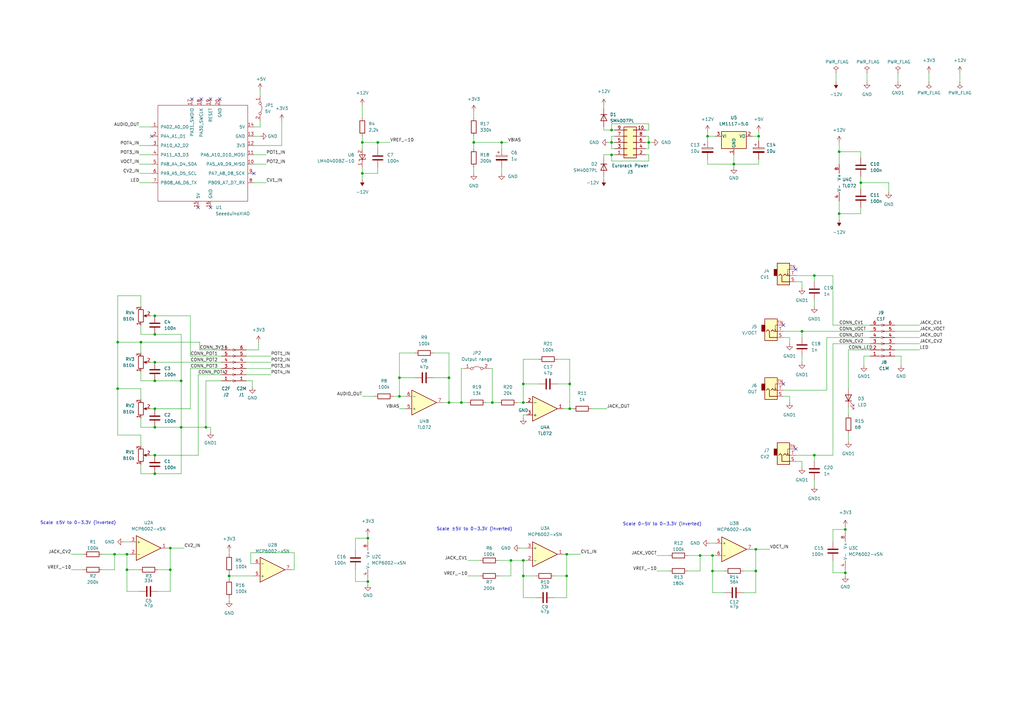
<source format=kicad_sch>
(kicad_sch (version 20211123) (generator eeschema)
  (paper "A3")
  (junction (at 232.41 227.33))
  (junction (at 63.5 156.21))
  (junction (at 214.63 229.87))
  (junction (at 201.93 165.1))
  (junction (at 290.195 55.88))
  (junction (at 250.825 53.34))
  (junction (at 353.06 74.93))
  (junction (at 334.01 113.03))
  (junction (at 250.825 58.42))
  (junction (at 52.07 227.33))
  (junction (at 57.785 140.335))
  (junction (at 84.455 175.26))
  (junction (at 63.5 167.64))
  (junction (at 63.5 186.69))
  (junction (at 63.5 148.59))
  (junction (at 74.295 175.26))
  (junction (at 334.01 186.69))
  (junction (at 346.71 217.17))
  (junction (at 194.31 58.42))
  (junction (at 74.295 156.21))
  (junction (at 163.83 154.94))
  (junction (at 232.41 236.22))
  (junction (at 311.15 55.88))
  (junction (at 209.55 229.87))
  (junction (at 154.94 58.42))
  (junction (at 69.85 233.68))
  (junction (at 233.68 167.64))
  (junction (at 150.876 220.726))
  (junction (at 287.147 227.838))
  (junction (at 148.59 71.12))
  (junction (at 344.17 62.23))
  (junction (at 63.5 137.16))
  (junction (at 184.15 154.94))
  (junction (at 163.83 162.56))
  (junction (at 52.07 233.68))
  (junction (at 300.99 67.31))
  (junction (at 63.5 194.31))
  (junction (at 214.63 165.1))
  (junction (at 150.876 238.506))
  (junction (at 148.59 58.42))
  (junction (at 233.68 157.48))
  (junction (at 69.85 224.79))
  (junction (at 292.227 234.188))
  (junction (at 46.99 227.33))
  (junction (at 63.5 129.54))
  (junction (at 310.007 234.188))
  (junction (at 205.74 58.42))
  (junction (at 93.98 236.22))
  (junction (at 63.5 175.26))
  (junction (at 344.17 87.63))
  (junction (at 266.065 58.42))
  (junction (at 214.63 157.48))
  (junction (at 184.15 165.1))
  (junction (at 310.007 225.298))
  (junction (at 48.26 140.335))
  (junction (at 328.93 135.89))
  (junction (at 292.227 227.838))
  (junction (at 250.825 63.5))
  (junction (at 346.71 234.95))
  (junction (at 48.26 159.385))
  (junction (at 214.63 236.22))
  (junction (at 189.23 165.1))
  (no_connect (at 82.55 40.64))
  (no_connect (at 326.39 184.15))
  (no_connect (at 326.39 110.49))
  (no_connect (at 90.17 40.64))
  (no_connect (at 104.14 71.12))
  (no_connect (at 321.31 133.35))
  (no_connect (at 86.36 40.64))
  (no_connect (at 86.36 85.09))
  (no_connect (at 78.74 40.64))
  (no_connect (at 81.28 85.09))
  (no_connect (at 321.31 157.48))
  (no_connect (at 62.23 55.88))
  (wire (pts (xy 344.17 87.63) (xy 344.17 90.17)))
  (wire (pts (xy 189.23 165.1) (xy 189.23 151.13)))
  (wire (pts (xy 346.71 217.17) (xy 346.71 218.44)))
  (wire (pts (xy 63.5 175.26) (xy 74.295 175.26)))
  (wire (pts (xy 62.23 71.12) (xy 57.15 71.12)))
  (wire (pts (xy 57.15 52.07) (xy 62.23 52.07)))
  (wire (pts (xy 393.7 29.845) (xy 393.7 33.655)))
  (wire (pts (xy 334.01 123.19) (xy 334.01 125.73)))
  (wire (pts (xy 304.927 243.078) (xy 310.007 243.078)))
  (wire (pts (xy 194.31 68.58) (xy 194.31 71.12)))
  (wire (pts (xy 250.825 63.5) (xy 250.825 66.04)))
  (wire (pts (xy 57.785 121.285) (xy 48.26 121.285)))
  (wire (pts (xy 292.227 243.078) (xy 292.227 234.188)))
  (wire (pts (xy 300.99 67.31) (xy 300.99 68.58)))
  (wire (pts (xy 300.99 63.5) (xy 300.99 67.31)))
  (wire (pts (xy 184.15 144.78) (xy 184.15 154.94)))
  (wire (pts (xy 228.6 157.48) (xy 233.68 157.48)))
  (wire (pts (xy 41.91 227.33) (xy 46.99 227.33)))
  (wire (pts (xy 209.55 236.22) (xy 209.55 229.87)))
  (wire (pts (xy 52.07 227.33) (xy 53.34 227.33)))
  (wire (pts (xy 310.007 225.298) (xy 310.007 234.188)))
  (wire (pts (xy 212.09 165.1) (xy 214.63 165.1)))
  (wire (pts (xy 347.98 143.51) (xy 356.87 143.51)))
  (wire (pts (xy 219.71 245.11) (xy 214.63 245.11)))
  (wire (pts (xy 189.23 151.13) (xy 190.5 151.13)))
  (wire (pts (xy 194.31 45.72) (xy 194.31 48.26)))
  (wire (pts (xy 290.957 222.758) (xy 293.497 222.758)))
  (wire (pts (xy 61.595 148.59) (xy 63.5 148.59)))
  (wire (pts (xy 328.93 135.89) (xy 356.87 135.89)))
  (wire (pts (xy 119.38 233.68) (xy 120.65 233.68)))
  (wire (pts (xy 231.14 167.64) (xy 233.68 167.64)))
  (wire (pts (xy 48.26 140.335) (xy 48.26 159.385)))
  (wire (pts (xy 353.06 62.23) (xy 353.06 64.77)))
  (wire (pts (xy 48.26 159.385) (xy 48.26 178.435)))
  (wire (pts (xy 341.63 222.25) (xy 341.63 217.17)))
  (wire (pts (xy 93.98 236.22) (xy 93.98 237.49)))
  (wire (pts (xy 63.5 156.21) (xy 74.295 156.21)))
  (wire (pts (xy 163.83 154.94) (xy 170.18 154.94)))
  (wire (pts (xy 311.15 67.31) (xy 311.15 65.405)))
  (wire (pts (xy 347.98 177.8) (xy 347.98 180.975)))
  (wire (pts (xy 209.55 229.87) (xy 214.63 229.87)))
  (wire (pts (xy 148.59 71.12) (xy 148.59 73.66)))
  (wire (pts (xy 194.31 58.42) (xy 205.74 58.42)))
  (wire (pts (xy 367.03 133.35) (xy 377.19 133.35)))
  (wire (pts (xy 29.21 233.68) (xy 34.29 233.68)))
  (wire (pts (xy 102.87 226.695) (xy 120.65 226.695)))
  (wire (pts (xy 250.825 66.04) (xy 266.065 66.04)))
  (wire (pts (xy 57.785 182.88) (xy 57.785 178.435)))
  (wire (pts (xy 63.5 137.16) (xy 74.295 137.16)))
  (wire (pts (xy 252.095 55.88) (xy 250.825 55.88)))
  (wire (pts (xy 232.41 227.33) (xy 231.14 227.33)))
  (wire (pts (xy 334.01 196.85) (xy 334.01 199.39)))
  (wire (pts (xy 106.68 55.88) (xy 104.14 55.88)))
  (wire (pts (xy 252.095 58.42) (xy 250.825 58.42)))
  (wire (pts (xy 57.15 59.69) (xy 62.23 59.69)))
  (wire (pts (xy 264.795 55.88) (xy 266.065 55.88)))
  (wire (pts (xy 93.98 234.95) (xy 93.98 236.22)))
  (wire (pts (xy 311.15 53.975) (xy 311.15 55.88)))
  (wire (pts (xy 266.065 53.34) (xy 264.795 53.34)))
  (wire (pts (xy 109.22 63.5) (xy 104.14 63.5)))
  (wire (pts (xy 347.98 143.51) (xy 347.98 159.385)))
  (wire (pts (xy 148.59 58.42) (xy 148.59 60.96)))
  (wire (pts (xy 282.067 227.838) (xy 287.147 227.838)))
  (wire (pts (xy 250.825 53.34) (xy 250.825 50.8)))
  (wire (pts (xy 57.785 190.5) (xy 57.785 194.31)))
  (wire (pts (xy 290.195 57.785) (xy 290.195 55.88)))
  (wire (pts (xy 57.15 242.57) (xy 52.07 242.57)))
  (wire (pts (xy 266.065 55.88) (xy 266.065 58.42)))
  (wire (pts (xy 61.595 186.69) (xy 63.5 186.69)))
  (wire (pts (xy 52.07 242.57) (xy 52.07 233.68)))
  (wire (pts (xy 250.825 58.42) (xy 249.555 58.42)))
  (wire (pts (xy 353.06 74.93) (xy 353.06 77.47)))
  (wire (pts (xy 308.61 55.88) (xy 311.15 55.88)))
  (wire (pts (xy 61.595 167.64) (xy 63.5 167.64)))
  (wire (pts (xy 215.9 165.1) (xy 214.63 165.1)))
  (wire (pts (xy 214.63 236.22) (xy 214.63 229.87)))
  (wire (pts (xy 214.63 157.48) (xy 214.63 165.1)))
  (wire (pts (xy 86.36 175.26) (xy 84.455 175.26)))
  (wire (pts (xy 78.105 167.64) (xy 78.105 151.13)))
  (wire (pts (xy 57.15 67.31) (xy 62.23 67.31)))
  (wire (pts (xy 334.01 186.69) (xy 341.63 186.69)))
  (wire (pts (xy 191.77 236.22) (xy 196.85 236.22)))
  (wire (pts (xy 300.99 67.31) (xy 311.15 67.31)))
  (wire (pts (xy 242.57 167.64) (xy 248.92 167.64)))
  (wire (pts (xy 106.68 36.83) (xy 106.68 39.37)))
  (wire (pts (xy 61.595 129.54) (xy 63.5 129.54)))
  (wire (pts (xy 328.93 135.89) (xy 328.93 138.43)))
  (wire (pts (xy 367.03 138.43) (xy 377.19 138.43)))
  (wire (pts (xy 367.03 140.97) (xy 377.19 140.97)))
  (wire (pts (xy 201.93 165.1) (xy 204.47 165.1)))
  (wire (pts (xy 93.98 226.06) (xy 93.98 227.33)))
  (wire (pts (xy 326.39 186.69) (xy 334.01 186.69)))
  (wire (pts (xy 353.06 87.63) (xy 344.17 87.63)))
  (wire (pts (xy 368.3 29.845) (xy 368.3 33.655)))
  (wire (pts (xy 287.147 227.838) (xy 292.227 227.838)))
  (wire (pts (xy 50.8 222.25) (xy 53.34 222.25)))
  (wire (pts (xy 321.31 135.89) (xy 328.93 135.89)))
  (wire (pts (xy 290.195 55.88) (xy 293.37 55.88)))
  (wire (pts (xy 106.68 49.53) (xy 106.68 52.07)))
  (wire (pts (xy 334.01 113.03) (xy 334.01 115.57)))
  (wire (pts (xy 341.63 140.97) (xy 356.87 140.97)))
  (wire (pts (xy 219.71 236.22) (xy 214.63 236.22)))
  (wire (pts (xy 69.85 224.79) (xy 75.565 224.79)))
  (wire (pts (xy 100.965 148.59) (xy 111.125 148.59)))
  (wire (pts (xy 334.01 113.03) (xy 341.63 113.03)))
  (wire (pts (xy 100.965 151.13) (xy 111.125 151.13)))
  (wire (pts (xy 199.39 165.1) (xy 201.93 165.1)))
  (wire (pts (xy 214.63 171.45) (xy 214.63 170.18)))
  (wire (pts (xy 57.785 163.83) (xy 57.785 159.385)))
  (wire (pts (xy 57.785 171.45) (xy 57.785 175.26)))
  (wire (pts (xy 74.295 175.26) (xy 74.295 194.31)))
  (wire (pts (xy 69.85 224.79) (xy 68.58 224.79)))
  (wire (pts (xy 250.825 58.42) (xy 250.825 60.96)))
  (wire (pts (xy 163.83 167.64) (xy 166.37 167.64)))
  (wire (pts (xy 266.065 66.04) (xy 266.065 63.5)))
  (wire (pts (xy 57.15 74.93) (xy 62.23 74.93)))
  (wire (pts (xy 214.63 157.48) (xy 220.98 157.48)))
  (wire (pts (xy 154.94 58.42) (xy 154.94 60.96)))
  (wire (pts (xy 341.63 234.95) (xy 346.71 234.95)))
  (wire (pts (xy 57.785 178.435) (xy 48.26 178.435)))
  (wire (pts (xy 232.41 236.22) (xy 232.41 245.11)))
  (wire (pts (xy 205.74 68.58) (xy 205.74 71.12)))
  (wire (pts (xy 369.57 146.05) (xy 369.57 149.86)))
  (wire (pts (xy 104.14 74.93) (xy 109.22 74.93)))
  (wire (pts (xy 148.59 58.42) (xy 154.94 58.42)))
  (wire (pts (xy 46.99 227.33) (xy 52.07 227.33)))
  (wire (pts (xy 177.8 144.78) (xy 184.15 144.78)))
  (wire (pts (xy 247.65 63.5) (xy 250.825 63.5)))
  (wire (pts (xy 339.09 138.43) (xy 356.87 138.43)))
  (wire (pts (xy 250.825 50.8) (xy 266.065 50.8)))
  (wire (pts (xy 247.65 53.34) (xy 250.825 53.34)))
  (wire (pts (xy 233.68 157.48) (xy 233.68 147.32)))
  (wire (pts (xy 74.295 175.26) (xy 84.455 175.26)))
  (wire (pts (xy 100.965 146.05) (xy 111.125 146.05)))
  (wire (pts (xy 341.63 133.35) (xy 356.87 133.35)))
  (wire (pts (xy 292.227 234.188) (xy 292.227 227.838)))
  (wire (pts (xy 109.22 67.31) (xy 104.14 67.31)))
  (wire (pts (xy 63.5 194.31) (xy 74.295 194.31)))
  (wire (pts (xy 57.785 137.16) (xy 63.5 137.16)))
  (wire (pts (xy 205.74 58.42) (xy 205.74 60.96)))
  (wire (pts (xy 304.927 234.188) (xy 310.007 234.188)))
  (wire (pts (xy 381 29.845) (xy 381 33.655)))
  (wire (pts (xy 354.33 146.05) (xy 354.33 149.86)))
  (wire (pts (xy 57.785 156.21) (xy 63.5 156.21)))
  (wire (pts (xy 310.007 225.298) (xy 308.737 225.298)))
  (wire (pts (xy 90.805 153.67) (xy 81.28 153.67)))
  (wire (pts (xy 104.14 231.14) (xy 102.87 231.14)))
  (wire (pts (xy 227.33 236.22) (xy 232.41 236.22)))
  (wire (pts (xy 154.94 68.58) (xy 154.94 71.12)))
  (wire (pts (xy 163.83 144.78) (xy 163.83 154.94)))
  (wire (pts (xy 63.5 167.64) (xy 78.105 167.64)))
  (wire (pts (xy 57.785 152.4) (xy 57.785 156.21)))
  (wire (pts (xy 328.93 146.05) (xy 328.93 148.59)))
  (wire (pts (xy 247.65 72.39) (xy 247.65 73.66)))
  (wire (pts (xy 148.59 162.56) (xy 153.67 162.56)))
  (wire (pts (xy 201.93 151.13) (xy 200.66 151.13)))
  (wire (pts (xy 214.63 245.11) (xy 214.63 236.22)))
  (wire (pts (xy 57.785 140.335) (xy 48.26 140.335)))
  (wire (pts (xy 29.21 227.33) (xy 34.29 227.33)))
  (wire (pts (xy 292.227 227.838) (xy 293.497 227.838)))
  (wire (pts (xy 282.067 234.188) (xy 287.147 234.188)))
  (wire (pts (xy 328.93 115.57) (xy 328.93 118.11)))
  (wire (pts (xy 148.59 55.88) (xy 148.59 58.42)))
  (wire (pts (xy 100.965 156.21) (xy 103.505 156.21)))
  (wire (pts (xy 57.785 144.78) (xy 57.785 140.335)))
  (wire (pts (xy 104.14 59.69) (xy 115.57 59.69)))
  (wire (pts (xy 161.29 162.56) (xy 163.83 162.56)))
  (wire (pts (xy 269.367 227.838) (xy 274.447 227.838)))
  (wire (pts (xy 232.41 227.33) (xy 238.125 227.33)))
  (wire (pts (xy 177.8 154.94) (xy 184.15 154.94)))
  (wire (pts (xy 194.31 55.88) (xy 194.31 58.42)))
  (wire (pts (xy 247.65 64.77) (xy 247.65 63.5)))
  (wire (pts (xy 247.65 43.18) (xy 247.65 44.45)))
  (wire (pts (xy 266.065 58.42) (xy 266.065 60.96)))
  (wire (pts (xy 328.93 115.57) (xy 326.39 115.57)))
  (wire (pts (xy 148.59 43.18) (xy 148.59 48.26)))
  (wire (pts (xy 201.93 165.1) (xy 201.93 151.13)))
  (wire (pts (xy 106.045 140.335) (xy 106.045 143.51)))
  (wire (pts (xy 213.36 224.79) (xy 215.9 224.79)))
  (wire (pts (xy 346.71 234.95) (xy 346.71 236.22)))
  (wire (pts (xy 194.31 58.42) (xy 194.31 60.96)))
  (wire (pts (xy 334.01 186.69) (xy 334.01 189.23)))
  (wire (pts (xy 326.39 113.03) (xy 334.01 113.03)))
  (wire (pts (xy 148.59 71.12) (xy 154.94 71.12)))
  (wire (pts (xy 347.98 167.005) (xy 347.98 170.18)))
  (wire (pts (xy 57.15 233.68) (xy 52.07 233.68)))
  (wire (pts (xy 148.59 68.58) (xy 148.59 71.12)))
  (wire (pts (xy 57.15 63.5) (xy 62.23 63.5)))
  (wire (pts (xy 106.68 52.07) (xy 104.14 52.07)))
  (wire (pts (xy 264.795 58.42) (xy 266.065 58.42)))
  (wire (pts (xy 323.85 162.56) (xy 323.85 165.1)))
  (wire (pts (xy 78.105 129.54) (xy 78.105 146.05)))
  (wire (pts (xy 323.85 138.43) (xy 323.85 140.97)))
  (wire (pts (xy 266.065 63.5) (xy 264.795 63.5)))
  (wire (pts (xy 341.63 113.03) (xy 341.63 133.35)))
  (wire (pts (xy 250.825 55.88) (xy 250.825 58.42)))
  (wire (pts (xy 145.796 233.426) (xy 145.796 238.506)))
  (wire (pts (xy 290.195 53.975) (xy 290.195 55.88)))
  (wire (pts (xy 57.785 159.385) (xy 48.26 159.385)))
  (wire (pts (xy 214.63 170.18) (xy 215.9 170.18)))
  (wire (pts (xy 310.007 234.188) (xy 310.007 243.078)))
  (wire (pts (xy 344.17 62.23) (xy 353.06 62.23)))
  (wire (pts (xy 48.26 121.285) (xy 48.26 140.335)))
  (wire (pts (xy 145.796 225.806) (xy 145.796 220.726)))
  (wire (pts (xy 63.5 129.54) (xy 78.105 129.54)))
  (wire (pts (xy 214.63 229.87) (xy 215.9 229.87)))
  (wire (pts (xy 84.455 175.26) (xy 84.455 156.21)))
  (wire (pts (xy 115.57 59.69) (xy 115.57 49.53)))
  (wire (pts (xy 63.5 148.59) (xy 90.805 148.59)))
  (wire (pts (xy 297.307 243.078) (xy 292.227 243.078)))
  (wire (pts (xy 344.17 62.23) (xy 344.17 67.31)))
  (wire (pts (xy 86.36 177.165) (xy 86.36 175.26)))
  (wire (pts (xy 344.17 82.55) (xy 344.17 87.63)))
  (wire (pts (xy 367.03 146.05) (xy 369.57 146.05)))
  (wire (pts (xy 252.095 60.96) (xy 250.825 60.96)))
  (wire (pts (xy 346.71 233.68) (xy 346.71 234.95)))
  (wire (pts (xy 321.31 160.02) (xy 339.09 160.02)))
  (wire (pts (xy 163.83 162.56) (xy 166.37 162.56)))
  (wire (pts (xy 233.68 157.48) (xy 233.68 167.64)))
  (wire (pts (xy 184.15 154.94) (xy 184.15 165.1)))
  (wire (pts (xy 290.195 67.31) (xy 300.99 67.31)))
  (wire (pts (xy 344.17 58.42) (xy 344.17 62.23)))
  (wire (pts (xy 287.147 234.188) (xy 287.147 227.838)))
  (wire (pts (xy 264.795 60.96) (xy 266.065 60.96)))
  (wire (pts (xy 328.93 189.23) (xy 328.93 191.77)))
  (wire (pts (xy 250.825 53.34) (xy 252.095 53.34)))
  (wire (pts (xy 41.91 233.68) (xy 46.99 233.68)))
  (wire (pts (xy 64.77 242.57) (xy 69.85 242.57)))
  (wire (pts (xy 150.876 219.456) (xy 150.876 220.726)))
  (wire (pts (xy 150.876 237.236) (xy 150.876 238.506)))
  (wire (pts (xy 204.47 236.22) (xy 209.55 236.22)))
  (wire (pts (xy 154.94 58.42) (xy 160.02 58.42)))
  (wire (pts (xy 310.007 225.298) (xy 315.722 225.298)))
  (wire (pts (xy 290.195 65.405) (xy 290.195 67.31)))
  (wire (pts (xy 297.307 234.188) (xy 292.227 234.188)))
  (wire (pts (xy 106.045 143.51) (xy 100.965 143.51)))
  (wire (pts (xy 63.5 186.69) (xy 81.28 186.69)))
  (wire (pts (xy 311.15 55.88) (xy 311.15 57.785)))
  (wire (pts (xy 367.03 135.89) (xy 377.19 135.89)))
  (wire (pts (xy 78.105 146.05) (xy 90.805 146.05)))
  (wire (pts (xy 74.295 156.21) (xy 74.295 175.26)))
  (wire (pts (xy 57.785 175.26) (xy 63.5 175.26)))
  (wire (pts (xy 81.28 153.67) (xy 81.28 186.69)))
  (wire (pts (xy 100.965 153.67) (xy 111.125 153.67)))
  (wire (pts (xy 57.785 140.335) (xy 81.915 140.335)))
  (wire (pts (xy 227.33 245.11) (xy 232.41 245.11)))
  (wire (pts (xy 341.63 229.87) (xy 341.63 234.95)))
  (wire (pts (xy 189.23 165.1) (xy 191.77 165.1)))
  (wire (pts (xy 52.07 233.68) (xy 52.07 227.33)))
  (wire (pts (xy 364.49 74.93) (xy 353.06 74.93)))
  (wire (pts (xy 342.9 29.845) (xy 342.9 33.655)))
  (wire (pts (xy 247.65 52.07) (xy 247.65 53.34)))
  (wire (pts (xy 321.31 138.43) (xy 323.85 138.43)))
  (wire (pts (xy 191.77 229.87) (xy 196.85 229.87)))
  (wire (pts (xy 353.06 85.09) (xy 353.06 87.63)))
  (wire (pts (xy 150.876 238.506) (xy 150.876 239.776)))
  (wire (pts (xy 364.49 78.74) (xy 364.49 74.93)))
  (wire (pts (xy 233.68 167.64) (xy 234.95 167.64)))
  (wire (pts (xy 81.915 143.51) (xy 90.805 143.51)))
  (wire (pts (xy 170.18 144.78) (xy 163.83 144.78)))
  (wire (pts (xy 346.71 215.9) (xy 346.71 217.17)))
  (wire (pts (xy 233.68 147.32) (xy 228.6 147.32)))
  (wire (pts (xy 163.83 154.94) (xy 163.83 162.56)))
  (wire (pts (xy 103.505 156.21) (xy 103.505 158.75)))
  (wire (pts (xy 93.98 236.22) (xy 104.14 236.22)))
  (wire (pts (xy 269.367 234.188) (xy 274.447 234.188)))
  (wire (pts (xy 341.63 140.97) (xy 341.63 186.69)))
  (wire (pts (xy 367.03 143.51) (xy 377.19 143.51)))
  (wire (pts (xy 184.15 165.1) (xy 189.23 165.1)))
  (wire (pts (xy 341.63 217.17) (xy 346.71 217.17)))
  (wire (pts (xy 93.98 245.11) (xy 93.98 246.38)))
  (wire (pts (xy 57.785 133.35) (xy 57.785 137.16)))
  (wire (pts (xy 353.06 72.39) (xy 353.06 74.93)))
  (wire (pts (xy 74.295 137.16) (xy 74.295 156.21)))
  (wire (pts (xy 339.09 138.43) (xy 339.09 160.02)))
  (wire (pts (xy 69.85 224.79) (xy 69.85 233.68)))
  (wire (pts (xy 220.98 147.32) (xy 214.63 147.32)))
  (wire (pts (xy 81.915 140.335) (xy 81.915 143.51)))
  (wire (pts (xy 145.796 220.726) (xy 150.876 220.726)))
  (wire (pts (xy 57.785 194.31) (xy 63.5 194.31)))
  (wire (pts (xy 120.65 226.695) (xy 120.65 233.68)))
  (wire (pts (xy 150.876 220.726) (xy 150.876 221.996)))
  (wire (pts (xy 102.87 231.14) (xy 102.87 226.695)))
  (wire (pts (xy 232.41 227.33) (xy 232.41 236.22)))
  (wire (pts (xy 205.74 58.42) (xy 208.28 58.42)))
  (wire (pts (xy 69.85 233.68) (xy 69.85 242.57)))
  (wire (pts (xy 78.105 151.13) (xy 90.805 151.13)))
  (wire (pts (xy 266.065 58.42) (xy 267.335 58.42)))
  (wire (pts (xy 64.77 233.68) (xy 69.85 233.68)))
  (wire (pts (xy 214.63 147.32) (xy 214.63 157.48)))
  (wire (pts (xy 250.825 63.5) (xy 252.095 63.5)))
  (wire (pts (xy 84.455 156.21) (xy 90.805 156.21)))
  (wire (pts (xy 46.99 233.68) (xy 46.99 227.33)))
  (wire (pts (xy 184.15 165.1) (xy 181.61 165.1)))
  (wire (pts (xy 355.6 29.845) (xy 355.6 33.655)))
  (wire (pts (xy 57.785 125.73) (xy 57.785 121.285)))
  (wire (pts (xy 204.47 229.87) (xy 209.55 229.87)))
  (wire (pts (xy 354.33 146.05) (xy 356.87 146.05)))
  (wire (pts (xy 266.065 50.8) (xy 266.065 53.34)))
  (wire (pts (xy 145.796 238.506) (xy 150.876 238.506)))
  (wire (pts (xy 321.31 162.56) (xy 323.85 162.56)))
  (wire (pts (xy 326.39 189.23) (xy 328.93 189.23)))
  (text "Scale ±5V to 0-3.3V (inverted)" (at 47.625 215.265 180) (effects (font (size 1.27 1.27)) (justify right bottom)))
  (text "Scale 0-5V to 0-3.3V (inverted)" (at 287.782 215.773 180) (effects (font (size 1.27 1.27)) (justify right bottom)))
  (text "Scale ±5V to 0-3.3V (inverted)" (at 210.185 217.805 180) (effects (font (size 1.27 1.27)) (justify right bottom)))
  (label "JACK_VOCT" (at 377.19 135.89 0))
  (label "VREF_-10" (at 191.77 236.22 180))
  (label "VOCT_IN" (at 57.15 67.31 180))
  (label "CONN_POT3" (at 78.105 151.13 0))
  (label "POT2_IN" (at 111.125 148.59 0))
  (label "VOCT_IN" (at 315.722 225.298 0))
  (label "CONN_VOCT" (at 344.17 135.89 0))
  (label "VREF_-10" (at 269.367 234.188 180))
  (label "VBIAS" (at 208.28 58.42 0))
  (label "CONN_CV2" (at 344.17 140.97 0))
  (label "CONN_POT1" (at 78.105 146.05 0))
  (label "CONN_3V3" (at 81.915 143.51 0))
  (label "POT2_IN" (at 109.22 67.31 0))
  (label "POT3_IN" (at 111.125 151.13 0))
  (label "LED" (at 377.19 143.51 0))
  (label "JACK_OUT" (at 248.92 167.64 0))
  (label "CV1_IN" (at 238.125 227.33 0))
  (label "POT4_IN" (at 57.15 59.69 180))
  (label "VBIAS" (at 163.83 167.64 180))
  (label "JACK_CV2" (at 29.21 227.33 180))
  (label "CV1_IN" (at 109.22 74.93 0))
  (label "JACK_OUT" (at 377.19 138.43 0))
  (label "VREF_-10" (at 29.21 233.68 180))
  (label "CV2_IN" (at 75.565 224.79 0))
  (label "CONN_OUT" (at 344.17 138.43 0))
  (label "POT1_IN" (at 111.125 146.05 0))
  (label "CONN_POT4" (at 81.28 153.67 0))
  (label "POT1_IN" (at 109.22 63.5 0))
  (label "LED" (at 57.15 74.93 180))
  (label "CV2_IN" (at 57.15 71.12 180))
  (label "POT3_IN" (at 57.15 63.5 180))
  (label "AUDIO_OUT" (at 57.15 52.07 180))
  (label "POT4_IN" (at 111.125 153.67 0))
  (label "CONN_LED" (at 347.98 143.51 0))
  (label "CONN_POT2" (at 78.105 148.59 0))
  (label "CONN_CV1" (at 344.17 133.35 0))
  (label "AUDIO_OUT" (at 148.59 162.56 180))
  (label "JACK_CV2" (at 377.19 140.97 0))
  (label "VREF_-10" (at 160.02 58.42 0))
  (label "JACK_CV1" (at 377.19 133.35 0))
  (label "JACK_VOCT" (at 269.367 227.838 180))
  (label "JACK_CV1" (at 191.77 229.87 180))
  (symbol (lib_id "Amplifier_Operational:TL072") (at 223.52 167.64 0) (mirror x) (unit 1)
    (property "Reference" "U4" (at 223.52 175.26 0))
    (property "Value" "TL072" (at 223.52 177.8 0))
    (property "Footprint" "Package_SO:SOIC-8_3.9x4.9mm_P1.27mm" (effects hide))
    (property "Datasheet" "http://www.ti.com/lit/ds/symlink/tl071.pdf" (effects hide))
  )
  (symbol (lib_id "power:GND") (at 106.68 55.88 90) (unit 1)
    (property "Reference" "#PWR05" (effects hide))
    (property "Value" "GND" (at 111.76 55.88 90))
  )
  (symbol (lib_id "power:+5V") (at 106.68 36.83 0) (unit 1)
    (property "Reference" "#PWR04" (effects hide))
    (property "Value" "+5V" (at 107.061 32.4358 0))
  )
  (symbol (lib_id "Device:R") (at 157.48 162.56 270) (unit 1)
    (property "Reference" "R8" (at 157.48 156.21 90))
    (property "Value" "100k" (at 157.48 158.75 90))
    (property "Footprint" "Resistor_SMD:R_0603_1608Metric" (effects hide))
  )
  (symbol (lib_id "Device:C") (at 173.99 154.94 270) (unit 1)
    (property "Reference" "C8" (at 173.99 147.955 90))
    (property "Value" "47p" (at 173.99 150.495 90))
    (property "Footprint" "Capacitor_SMD:C_0603_1608Metric" (effects hide))
  )
  (symbol (lib_id "Device:R") (at 173.99 144.78 270) (unit 1)
    (property "Reference" "R9" (at 173.99 138.43 90))
    (property "Value" "100k" (at 173.99 140.97 90))
    (property "Footprint" "Resistor_SMD:R_0603_1608Metric" (effects hide))
  )
  (symbol (lib_id "Device:R") (at 238.76 167.64 270) (unit 1)
    (property "Reference" "R11" (at 238.76 161.29 90))
    (property "Value" "1k" (at 238.76 163.83 90))
    (property "Footprint" "Resistor_SMD:R_0603_1608Metric" (effects hide))
  )
  (symbol (lib_id "power:GND") (at 346.71 236.22 0) (unit 1)
    (property "Reference" "#PWR025" (effects hide))
    (property "Value" "GND" (at 346.71 240.665 0))
  )
  (symbol (lib_id "power:+3V3") (at 194.31 45.72 0) (unit 1)
    (property "Reference" "#PWR0108" (effects hide))
    (property "Value" "+3V3" (at 194.31 40.64 0))
  )
  (symbol (lib_id "power:GND") (at 103.505 158.75 0) (unit 1)
    (property "Reference" "#PWR02" (effects hide))
    (property "Value" "GND" (at 103.505 163.195 0))
  )
  (symbol (lib_id "power:GND") (at 93.98 246.38 0) (unit 1)
    (property "Reference" "#PWR0107" (effects hide))
    (property "Value" "GND" (at 93.98 251.46 0))
  )
  (symbol (lib_id "power:+3.3V") (at 115.57 49.53 0) (unit 1)
    (property "Reference" "#PWR06" (effects hide))
    (property "Value" "+3.3V" (at 115.57 44.45 0))
  )
  (symbol (lib_id "power:GND1") (at 328.93 118.11 0) (unit 1)
    (property "Reference" "#PWR0115" (effects hide))
    (property "Value" "GND1" (at 328.93 123.19 0))
  )
  (symbol (lib_id "Amplifier_Operational:MCP6002-xSN") (at 223.52 227.33 0) (unit 1)
    (property "Reference" "U3" (at 223.52 216.662 0))
    (property "Value" "MCP6002-xSN" (at 223.52 219.202 0))
    (property "Footprint" "Package_SO:SOIC-8_3.9x4.9mm_P1.27mm" (effects hide))
    (property "Datasheet" "http://ww1.microchip.com/downloads/en/DeviceDoc/21733j.pdf" (effects hide))
  )
  (symbol (lib_id "Device:R_Potentiometer") (at 57.785 129.54 0) (mirror x) (unit 1)
    (property "Reference" "RV4" (at 55.245 128.2699 0) (effects (justify right)))
    (property "Value" "B10k" (at 55.245 130.8099 0) (effects (justify right)))
    (property "Footprint" "Personal:Alpha_9mm_Pot" (effects hide))
  )
  (symbol (lib_id "power:-12V") (at 148.59 73.66 180) (unit 1)
    (property "Reference" "#PWR08" (effects hide))
    (property "Value" "-12V" (at 148.59 78.74 0))
  )
  (symbol (lib_id "Device:C") (at 353.06 81.28 0) (unit 1)
    (property "Reference" "C11" (at 356.87 80.0099 0) (effects (justify left)))
    (property "Value" "100n" (at 356.87 82.5499 0) (effects (justify left)))
    (property "Footprint" "Capacitor_SMD:C_0603_1608Metric" (effects hide))
  )
  (symbol (lib_id "power:+3.3V") (at 346.71 215.9 0) (unit 1)
    (property "Reference" "#PWR024" (effects hide))
    (property "Value" "+3.3V" (at 346.71 210.185 0))
  )
  (symbol (lib_id "Device:C") (at 63.5 190.5 0) (unit 1)
    (property "Reference" "C1" (at 67.31 189.2299 0) (effects (justify left)))
    (property "Value" "100n" (at 67.31 191.7699 0) (effects (justify left)))
    (property "Footprint" "Capacitor_SMD:C_0603_1608Metric" (effects hide))
  )
  (symbol (lib_id "Connector_Generic:Conn_02x05_Odd_Even") (at 257.175 58.42 0) (mirror x) (unit 1)
    (property "Reference" "J3" (at 258.445 70.485 0))
    (property "Value" "Eurorack Power" (at 258.445 67.945 0))
    (property "Footprint" "Personal:Eurorack_10_pin_header" (effects hide))
  )
  (symbol (lib_id "power:GND1") (at 368.3 33.655 0) (unit 1)
    (property "Reference" "#PWR032" (effects hide))
    (property "Value" "GND1" (at 368.3 38.1 0))
  )
  (symbol (lib_id "Device:R") (at 194.31 52.07 0) (unit 1)
    (property "Reference" "R17" (at 196.85 50.7999 0) (effects (justify left)))
    (property "Value" "330k" (at 196.85 53.3399 0) (effects (justify left)))
    (property "Footprint" "Resistor_SMD:R_0603_1608Metric" (effects hide))
  )
  (symbol (lib_id "Device:R_Potentiometer") (at 57.785 167.64 0) (mirror x) (unit 1)
    (property "Reference" "RV2" (at 55.245 166.3699 0) (effects (justify right)))
    (property "Value" "B10k" (at 55.245 168.9099 0) (effects (justify right)))
    (property "Footprint" "Personal:Alpha_9mm_Pot" (effects hide))
  )
  (symbol (lib_id "Device:R") (at 223.52 236.22 90) (unit 1)
    (property "Reference" "R10" (at 223.52 238.76 90))
    (property "Value" "33k" (at 223.52 240.665 90))
    (property "Footprint" "Resistor_SMD:R_0603_1608Metric" (effects hide))
  )
  (symbol (lib_id "power:PWR_FLAG") (at 342.9 29.845 0) (unit 1)
    (property "Reference" "#FLG01" (effects hide))
    (property "Value" "PWR_FLAG" (at 338.455 25.4 0) (effects (justify left)))
  )
  (symbol (lib_id "power:PWR_FLAG") (at 393.7 33.655 180) (unit 1)
    (property "Reference" "#FLG04" (effects hide))
    (property "Value" "PWR_FLAG" (at 393.7 38.1 0))
  )
  (symbol (lib_id "Jumper:Jumper_2_Bridged") (at 106.68 44.45 270) (unit 1)
    (property "Reference" "JP1" (at 108.585 43.1799 90) (effects (justify left)))
    (property "Value" "5V" (at 108.585 45.7199 90) (effects (justify left)))
    (property "Footprint" "Connector_PinHeader_2.54mm:PinHeader_1x02_P2.54mm_Vertical" (effects hide))
  )
  (symbol (lib_id "Device:R") (at 38.1 233.68 90) (unit 1)
    (property "Reference" "R2" (at 38.1 236.22 90))
    (property "Value" "200k" (at 38.1 238.76 90))
    (property "Footprint" "Resistor_SMD:R_0603_1608Metric" (effects hide))
  )
  (symbol (lib_id "power:+3.3V") (at 106.045 140.335 0) (unit 1)
    (property "Reference" "#PWR03" (effects hide))
    (property "Value" "+3.3V" (at 106.045 135.255 0))
  )
  (symbol (lib_id "power:GND1") (at 323.85 165.1 0) (unit 1)
    (property "Reference" "#PWR0112" (effects hide))
    (property "Value" "GND1" (at 323.85 170.18 0))
  )
  (symbol (lib_id "power:GND") (at 355.6 33.655 0) (unit 1)
    (property "Reference" "#PWR029" (effects hide))
    (property "Value" "GND" (at 355.6 38.735 0))
  )
  (symbol (lib_id "power:GND") (at 150.876 239.776 0) (unit 1)
    (property "Reference" "#PWR034" (effects hide))
    (property "Value" "GND" (at 150.876 244.221 0))
  )
  (symbol (lib_id "power:GND") (at 213.36 224.79 270) (unit 1)
    (property "Reference" "#PWR011" (effects hide))
    (property "Value" "GND" (at 209.55 224.7899 90) (effects (justify right)))
  )
  (symbol (lib_id "power:GND") (at 249.555 58.42 270) (mirror x) (unit 1)
    (property "Reference" "#PWR015" (effects hide))
    (property "Value" "GND" (at 245.745 58.4199 90) (effects (justify right)))
  )
  (symbol (lib_id "Device:C") (at 60.96 242.57 90) (unit 1)
    (property "Reference" "C5" (at 60.96 246.38 90))
    (property "Value" "47p" (at 60.96 248.285 90))
    (property "Footprint" "Capacitor_SMD:C_0603_1608Metric" (effects hide))
  )
  (symbol (lib_id "power:-12V") (at 342.9 33.655 180) (unit 1)
    (property "Reference" "#PWR028" (effects hide))
    (property "Value" "-12V" (at 342.9 38.735 0))
  )
  (symbol (lib_id "power:GND1") (at 334.01 125.73 0) (unit 1)
    (property "Reference" "#PWR0114" (effects hide))
    (property "Value" "GND1" (at 334.01 130.81 0))
  )
  (symbol (lib_id "Device:R") (at 194.31 64.77 0) (unit 1)
    (property "Reference" "R18" (at 196.85 63.4999 0) (effects (justify left)))
    (property "Value" "200k" (at 196.85 66.0399 0) (effects (justify left)))
    (property "Footprint" "Resistor_SMD:R_0603_1608Metric" (effects hide))
  )
  (symbol (lib_id "power:PWR_FLAG") (at 381 33.655 180) (unit 1)
    (property "Reference" "#FLG03" (effects hide))
    (property "Value" "PWR_FLAG" (at 381 38.1 0))
  )
  (symbol (lib_id "power:+12V") (at 344.17 58.42 0) (unit 1)
    (property "Reference" "#PWR017" (effects hide))
    (property "Value" "+12V" (at 344.17 53.34 0))
  )
  (symbol (lib_id "Connector:AudioJack2_SwitchT") (at 321.31 113.03 0) (mirror x) (unit 1)
    (property "Reference" "J4" (at 315.595 111.1249 0) (effects (justify right)))
    (property "Value" "CV1" (at 315.595 113.6649 0) (effects (justify right)))
    (property "Footprint" "Personal:Thonkiconn" (effects hide))
  )
  (symbol (lib_id "Jumper:Jumper_2_Bridged") (at 195.58 151.13 0) (unit 1)
    (property "Reference" "JP2" (at 195.58 144.78 0))
    (property "Value" "Output range" (at 195.58 147.32 0))
    (property "Footprint" "Connector_PinHeader_2.54mm:PinHeader_1x02_P2.54mm_Vertical" (effects hide))
  )
  (symbol (lib_id "Device:C_Polarized") (at 205.74 64.77 0) (unit 1)
    (property "Reference" "C6" (at 209.55 62.6109 0) (effects (justify left)))
    (property "Value" "1u" (at 209.55 65.1509 0) (effects (justify left)))
    (property "Footprint" "Capacitor_SMD:C_Elec_4x5.4" (effects hide))
  )
  (symbol (lib_id "Amplifier_Operational:MCP6002-xSN") (at 60.96 224.79 0) (unit 1)
    (property "Reference" "U2" (at 60.96 214.376 0))
    (property "Value" "MCP6002-xSN" (at 60.96 216.916 0))
    (property "Footprint" "Package_SO:SOIC-8_3.9x4.9mm_P1.27mm" (effects hide))
    (property "Datasheet" "http://ww1.microchip.com/downloads/en/DeviceDoc/21733j.pdf" (effects hide))
  )
  (symbol (lib_id "Connector:Conn_01x06_Male") (at 361.95 140.97 0) (mirror x) (unit 1)
    (property "Reference" "J8" (at 362.585 148.59 0))
    (property "Value" "C1M" (at 362.585 151.13 0))
    (property "Footprint" "Connector_PinHeader_2.54mm:PinHeader_1x06_P2.54mm_Vertical" (effects hide))
  )
  (symbol (lib_id "Device:C") (at 154.94 64.77 0) (unit 1)
    (property "Reference" "C7" (at 158.75 63.4999 0) (effects (justify left)))
    (property "Value" "100n" (at 158.75 66.0399 0) (effects (justify left)))
    (property "Footprint" "Capacitor_SMD:C_0603_1608Metric" (effects hide))
  )
  (symbol (lib_id "Device:C") (at 334.01 119.38 0) (unit 1)
    (property "Reference" "C19" (at 337.82 118.1099 0) (effects (justify left)))
    (property "Value" "1n" (at 337.82 120.6499 0) (effects (justify left)))
    (property "Footprint" "Capacitor_SMD:C_0603_1608Metric" (effects hide))
  )
  (symbol (lib_id "Device:R") (at 200.66 236.22 90) (unit 1)
    (property "Reference" "R7" (at 200.66 238.76 90))
    (property "Value" "200k" (at 200.66 241.3 90))
    (property "Footprint" "Resistor_SMD:R_0603_1608Metric" (effects hide))
  )
  (symbol (lib_id "Device:R") (at 93.98 241.3 0) (unit 1)
    (property "Reference" "R16" (at 96.52 240.0299 0) (effects (justify left)))
    (property "Value" "100k" (at 96.52 242.5699 0) (effects (justify left)))
    (property "Footprint" "Resistor_SMD:R_0603_1608Metric" (effects hide))
  )
  (symbol (lib_id "power:+3.3V") (at 150.876 219.456 0) (unit 1)
    (property "Reference" "#PWR033" (effects hide))
    (property "Value" "+3.3V" (at 150.876 213.741 0))
  )
  (symbol (lib_id "Device:R") (at 38.1 227.33 90) (unit 1)
    (property "Reference" "R1" (at 38.1 222.25 90))
    (property "Value" "100k" (at 38.1 224.79 90))
    (property "Footprint" "Resistor_SMD:R_0603_1608Metric" (effects hide))
  )
  (symbol (lib_id "Connector:Conn_01x06_Male") (at 95.885 151.13 0) (mirror x) (unit 1)
    (property "Reference" "J1" (at 99.06 161.925 0))
    (property "Value" "C2M" (at 99.06 159.385 0))
    (property "Footprint" "Connector_PinHeader_2.54mm:PinHeader_1x06_P2.54mm_Vertical" (effects hide))
  )
  (symbol (lib_id "Regulator_Linear:LM1117-5.0") (at 300.99 55.88 0) (unit 1)
    (property "Reference" "U5" (at 300.99 48.26 0))
    (property "Value" "LM1117-5.0" (at 300.99 50.8 0))
    (property "Footprint" "Package_TO_SOT_SMD:SOT-223-3_TabPin2" (effects hide))
    (property "Datasheet" "http://www.ti.com/lit/ds/symlink/lm1117.pdf" (effects hide))
  )
  (symbol (lib_id "Device:C") (at 224.79 157.48 270) (unit 1)
    (property "Reference" "C17" (at 224.79 150.495 90))
    (property "Value" "47p" (at 224.79 153.035 90))
    (property "Footprint" "Capacitor_SMD:C_0603_1608Metric" (effects hide))
  )
  (symbol (lib_id "Device:R") (at 224.79 147.32 270) (unit 1)
    (property "Reference" "R21" (at 224.79 140.97 90))
    (property "Value" "100k" (at 224.79 143.51 90))
    (property "Footprint" "Resistor_SMD:R_0603_1608Metric" (effects hide))
  )
  (symbol (lib_id "Device:C") (at 63.5 171.45 0) (unit 1)
    (property "Reference" "C2" (at 67.31 170.1799 0) (effects (justify left)))
    (property "Value" "100n" (at 67.31 172.7199 0) (effects (justify left)))
    (property "Footprint" "Capacitor_SMD:C_0603_1608Metric" (effects hide))
  )
  (symbol (lib_id "power:GND") (at 205.74 71.12 0) (mirror y) (unit 1)
    (property "Reference" "#PWR0104" (effects hide))
    (property "Value" "GND" (at 208.28 72.3899 0) (effects (justify right)))
  )
  (symbol (lib_id "Amplifier_Operational:MCP6002-xSN") (at 349.25 226.06 0) (unit 3)
    (property "Reference" "U3" (at 347.98 224.7899 0) (effects (justify left)))
    (property "Value" "MCP6002-xSN" (at 347.98 227.3299 0) (effects (justify left)))
    (property "Footprint" "Package_SO:SOIC-8_3.9x4.9mm_P1.27mm" (effects hide))
    (property "Datasheet" "http://ww1.microchip.com/downloads/en/DeviceDoc/21733j.pdf" (effects hide))
  )
  (symbol (lib_id "Amplifier_Operational:MCP6002-xSN") (at 153.416 229.616 0) (unit 3)
    (property "Reference" "U2" (at 152.4 228.3459 0) (effects (justify left)))
    (property "Value" "MCP6002-xSN" (at 152.4 230.8859 0) (effects (justify left)))
    (property "Footprint" "Package_SO:SOIC-8_3.9x4.9mm_P1.27mm" (effects hide))
    (property "Datasheet" "http://ww1.microchip.com/downloads/en/DeviceDoc/21733j.pdf" (effects hide))
  )
  (symbol (lib_id "Reference_Voltage:LM4040DBZ-10") (at 148.59 64.77 90) (mirror x) (unit 1)
    (property "Reference" "U6" (at 145.415 63.4999 90) (effects (justify left)))
    (property "Value" "LM4040DBZ-10" (at 145.415 66.0399 90) (effects (justify left)))
    (property "Footprint" "Package_TO_SOT_SMD:SOT-23" (effects hide))
    (property "Datasheet" "http://www.ti.com/lit/ds/symlink/lm4040-n.pdf" (effects hide))
  )
  (symbol (lib_id "Device:C_Polarized") (at 311.15 61.595 0) (unit 1)
    (property "Reference" "C14" (at 314.325 59.4359 0) (effects (justify left)))
    (property "Value" "10u" (at 314.325 61.9759 0) (effects (justify left)))
    (property "Footprint" "Capacitor_SMD:C_Elec_4x5.4" (effects hide))
  )
  (symbol (lib_id "Device:R") (at 195.58 165.1 270) (unit 1)
    (property "Reference" "R19" (at 195.58 158.75 90))
    (property "Value" "13k" (at 195.58 161.29 90))
    (property "Footprint" "Resistor_SMD:R_0603_1608Metric" (effects hide))
  )
  (symbol (lib_id "power:GND1") (at 328.93 191.77 0) (unit 1)
    (property "Reference" "#PWR0110" (effects hide))
    (property "Value" "GND1" (at 328.93 196.85 0))
  )
  (symbol (lib_id "Device:C") (at 223.52 245.11 90) (unit 1)
    (property "Reference" "C9" (at 223.52 248.92 90))
    (property "Value" "47p" (at 223.52 250.825 90))
    (property "Footprint" "Capacitor_SMD:C_0603_1608Metric" (effects hide))
  )
  (symbol (lib_id "power:-12V") (at 344.17 90.17 180) (unit 1)
    (property "Reference" "#PWR018" (effects hide))
    (property "Value" "-12V" (at 344.17 95.25 0))
  )
  (symbol (lib_id "power:GND") (at 290.957 222.758 270) (unit 1)
    (property "Reference" "#PWR019" (effects hide))
    (property "Value" "GND" (at 287.147 222.7579 90) (effects (justify right)))
  )
  (symbol (lib_id "power:+12V") (at 290.195 53.975 0) (unit 1)
    (property "Reference" "#PWR020" (effects hide))
    (property "Value" "+12V" (at 290.195 48.895 0))
  )
  (symbol (lib_id "power:GND1") (at 354.33 149.86 0) (unit 1)
    (property "Reference" "#PWR0102" (effects hide))
    (property "Value" "GND1" (at 354.33 154.305 0))
  )
  (symbol (lib_id "Connector:AudioJack2_SwitchT") (at 316.23 135.89 0) (mirror x) (unit 1)
    (property "Reference" "J5" (at 310.515 133.9849 0) (effects (justify right)))
    (property "Value" "V/OCT" (at 310.515 136.5249 0) (effects (justify right)))
    (property "Footprint" "Personal:Thonkiconn" (effects hide))
  )
  (symbol (lib_id "Connector:Conn_01x06_Female") (at 361.95 140.97 0) (mirror x) (unit 1)
    (property "Reference" "J9" (at 361.315 128.27 0))
    (property "Value" "C1F" (at 361.315 130.81 0))
    (property "Footprint" "Connector_PinSocket_2.54mm:PinSocket_1x06_P2.54mm_Vertical" (effects hide))
  )
  (symbol (lib_id "power:GND") (at 369.57 149.86 0) (unit 1)
    (property "Reference" "#PWR027" (effects hide))
    (property "Value" "GND" (at 369.57 154.305 0))
  )
  (symbol (lib_id "Connector:AudioJack2_SwitchT") (at 316.23 160.02 0) (mirror x) (unit 1)
    (property "Reference" "J6" (at 310.515 158.1149 0) (effects (justify right)))
    (property "Value" "OUT" (at 310.515 160.6549 0) (effects (justify right)))
    (property "Footprint" "Personal:Thonkiconn" (effects hide))
  )
  (symbol (lib_id "Device:C") (at 334.01 193.04 0) (unit 1)
    (property "Reference" "C20" (at 337.82 191.7699 0) (effects (justify left)))
    (property "Value" "1n" (at 337.82 194.3099 0) (effects (justify left)))
    (property "Footprint" "Capacitor_SMD:C_0603_1608Metric" (effects hide))
  )
  (symbol (lib_id "power:+3V3") (at 93.98 226.06 0) (unit 1)
    (property "Reference" "#PWR0106" (effects hide))
    (property "Value" "+3V3" (at 93.98 220.98 0))
  )
  (symbol (lib_id "Device:LED") (at 347.98 163.195 90) (unit 1)
    (property "Reference" "D3" (at 351.79 163.5124 90) (effects (justify right)))
    (property "Value" "LED" (at 351.79 166.0524 90) (effects (justify right)))
    (property "Footprint" "LED_THT:LED_D3.0mm" (effects hide))
  )
  (symbol (lib_id "power:GND1") (at 347.98 180.975 0) (mirror y) (unit 1)
    (property "Reference" "#PWR0103" (effects hide))
    (property "Value" "GND1" (at 347.98 186.055 0))
  )
  (symbol (lib_id "power:GND") (at 50.8 222.25 270) (unit 1)
    (property "Reference" "#PWR01" (effects hide))
    (property "Value" "GND" (at 46.99 222.2499 90) (effects (justify right)))
  )
  (symbol (lib_id "power:GND") (at 300.99 68.58 0) (unit 1)
    (property "Reference" "#PWR022" (effects hide))
    (property "Value" "GND" (at 300.99 73.025 0))
  )
  (symbol (lib_id "Amplifier_Operational:TL072") (at 173.99 165.1 0) (mirror x) (unit 2)
    (property "Reference" "U4" (at 173.99 172.72 0))
    (property "Value" "TL072" (at 173.99 175.26 0))
    (property "Footprint" "Package_SO:SOIC-8_3.9x4.9mm_P1.27mm" (effects hide))
    (property "Datasheet" "http://www.ti.com/lit/ds/symlink/tl071.pdf" (effects hide))
  )
  (symbol (lib_id "Device:R") (at 148.59 52.07 0) (unit 1)
    (property "Reference" "R4" (at 151.13 50.7999 0) (effects (justify left)))
    (property "Value" "2.2k" (at 151.13 53.3399 0) (effects (justify left)))
    (property "Footprint" "Resistor_SMD:R_0603_1608Metric" (effects hide))
  )
  (symbol (lib_id "Device:C") (at 63.5 133.35 0) (unit 1)
    (property "Reference" "C4" (at 67.31 132.0799 0) (effects (justify left)))
    (property "Value" "100n" (at 67.31 134.6199 0) (effects (justify left)))
    (property "Footprint" "Capacitor_SMD:C_0603_1608Metric" (effects hide))
  )
  (symbol (lib_id "power:PWR_FLAG") (at 368.3 29.845 0) (unit 1)
    (property "Reference" "#FLG05" (effects hide))
    (property "Value" "PWR_FLAG" (at 363.855 25.4 0) (effects (justify left)))
  )
  (symbol (lib_id "power:GND1") (at 328.93 148.59 0) (unit 1)
    (property "Reference" "#PWR0111" (effects hide))
    (property "Value" "GND1" (at 328.93 153.67 0))
  )
  (symbol (lib_id "Device:R") (at 208.28 165.1 270) (unit 1)
    (property "Reference" "R20" (at 208.28 158.75 90))
    (property "Value" "20k" (at 208.28 161.29 90))
    (property "Footprint" "Resistor_SMD:R_0603_1608Metric" (effects hide))
  )
  (symbol (lib_id "power:-12V") (at 247.65 73.66 180) (unit 1)
    (property "Reference" "#PWR013" (effects hide))
    (property "Value" "-12V" (at 245.745 74.9299 0) (effects (justify left)))
  )
  (symbol (lib_id "Device:R") (at 278.257 227.838 90) (unit 1)
    (property "Reference" "R12" (at 278.257 222.758 90))
    (property "Value" "100k" (at 278.257 225.298 90))
    (property "Footprint" "Resistor_SMD:R_0603_1608Metric" (effects hide))
  )
  (symbol (lib_id "power:+12V") (at 393.7 29.845 0) (unit 1)
    (property "Reference" "#PWR031" (effects hide))
    (property "Value" "+12V" (at 393.7 24.765 0))
  )
  (symbol (lib_id "Device:R") (at 347.98 173.99 0) (unit 1)
    (property "Reference" "R15" (at 350.52 172.7199 0) (effects (justify left)))
    (property "Value" "68" (at 350.52 175.2599 0) (effects (justify left)))
    (property "Footprint" "Resistor_SMD:R_0603_1608Metric" (effects hide))
  )
  (symbol (lib_id "power:GND") (at 267.335 58.42 90) (unit 1)
    (property "Reference" "#PWR016" (effects hide))
    (property "Value" "GND" (at 271.145 58.4199 90) (effects (justify right)))
  )
  (symbol (lib_id "Device:R_Potentiometer") (at 57.785 186.69 0) (mirror x) (unit 1)
    (property "Reference" "RV1" (at 55.245 185.4199 0) (effects (justify right)))
    (property "Value" "B10k" (at 55.245 187.9599 0) (effects (justify right)))
    (property "Footprint" "Personal:Alpha_9mm_Pot_Overhanging" (effects hide))
  )
  (symbol (lib_id "Diode:1N4001") (at 247.65 68.58 270) (unit 1)
    (property "Reference" "D2" (at 245.11 67.3099 90) (effects (justify right)))
    (property "Value" "SM4007PL" (at 245.11 69.8499 90) (effects (justify right)))
    (property "Footprint" "Personal:SOD-123FL" (effects hide))
    (property "Datasheet" "https://datasheet.lcsc.com/lcsc/1809301215_MDD%EF%BC%88Microdiode-Electronics%EF%BC%89-SM4007PL_C64898.pdf" (effects hide))
  )
  (symbol (lib_id "Device:R") (at 278.257 234.188 90) (unit 1)
    (property "Reference" "R13" (at 278.257 236.728 90))
    (property "Value" "180k" (at 278.257 239.268 90))
    (property "Footprint" "Resistor_SMD:R_0603_1608Metric" (effects hide))
  )
  (symbol (lib_id "Amplifier_Operational:MCP6002-xSN") (at 301.117 225.298 0) (unit 2)
    (property "Reference" "U3" (at 301.117 214.63 0))
    (property "Value" "MCP6002-xSN" (at 301.117 217.17 0))
    (property "Footprint" "Package_SO:SOIC-8_3.9x4.9mm_P1.27mm" (effects hide))
    (property "Datasheet" "http://ww1.microchip.com/downloads/en/DeviceDoc/21733j.pdf" (effects hide))
  )
  (symbol (lib_id "power:GND") (at 214.63 171.45 0) (mirror y) (unit 1)
    (property "Reference" "#PWR014" (effects hide))
    (property "Value" "GND" (at 214.63 168.275 0))
  )
  (symbol (lib_id "power:PWR_FLAG") (at 355.6 29.845 0) (unit 1)
    (property "Reference" "#FLG02" (effects hide))
    (property "Value" "PWR_FLAG" (at 351.155 25.4 0) (effects (justify left)))
  )
  (symbol (lib_id "power:GND") (at 364.49 78.74 0) (unit 1)
    (property "Reference" "#PWR021" (effects hide))
    (property "Value" "GND" (at 364.49 83.82 0))
  )
  (symbol (lib_id "Device:C") (at 145.796 229.616 0) (unit 1)
    (property "Reference" "C16" (at 141.986 228.3459 0) (effects (justify right)))
    (property "Value" "100n" (at 141.986 230.8859 0) (effects (justify right)))
    (property "Footprint" "Capacitor_SMD:C_0603_1608Metric" (effects hide))
  )
  (symbol (lib_id "Amplifier_Operational:TL072") (at 346.71 74.93 0) (unit 3)
    (property "Reference" "U4" (at 345.44 73.6599 0) (effects (justify left)))
    (property "Value" "TL072" (at 345.44 76.1999 0) (effects (justify left)))
    (property "Footprint" "Package_SO:SOIC-8_3.9x4.9mm_P1.27mm" (effects hide))
    (property "Datasheet" "http://www.ti.com/lit/ds/symlink/tl071.pdf" (effects hide))
  )
  (symbol (lib_id "Device:R") (at 301.117 234.188 90) (unit 1)
    (property "Reference" "R14" (at 301.117 236.728 90))
    (property "Value" "56k" (at 301.117 238.633 90))
    (property "Footprint" "Resistor_SMD:R_0603_1608Metric" (effects hide))
  )
  (symbol (lib_id "Device:C") (at 341.63 226.06 0) (unit 1)
    (property "Reference" "C15" (at 337.82 224.7899 0) (effects (justify right)))
    (property "Value" "100n" (at 337.82 227.3299 0) (effects (justify right)))
    (property "Footprint" "Capacitor_SMD:C_0603_1608Metric" (effects hide))
  )
  (symbol (lib_id "power:GND1") (at 334.01 199.39 0) (unit 1)
    (property "Reference" "#PWR0109" (effects hide))
    (property "Value" "GND1" (at 334.01 204.47 0))
  )
  (symbol (lib_id "Connector:AudioJack2_SwitchT") (at 321.31 186.69 0) (mirror x) (unit 1)
    (property "Reference" "J7" (at 315.595 184.7849 0) (effects (justify right)))
    (property "Value" "CV2" (at 315.595 187.3249 0) (effects (justify right)))
    (property "Footprint" "Personal:Thonkiconn" (effects hide))
  )
  (symbol (lib_id "Device:C") (at 301.117 243.078 90) (unit 1)
    (property "Reference" "C12" (at 301.117 246.888 90))
    (property "Value" "47p" (at 301.117 248.793 90))
    (property "Footprint" "Capacitor_SMD:C_0603_1608Metric" (effects hide))
  )
  (symbol (lib_id "Device:C") (at 63.5 152.4 0) (unit 1)
    (property "Reference" "C3" (at 67.31 151.1299 0) (effects (justify left)))
    (property "Value" "100n" (at 67.31 153.6699 0) (effects (justify left)))
    (property "Footprint" "Capacitor_SMD:C_0603_1608Metric" (effects hide))
  )
  (symbol (lib_id "power:GND1") (at 86.36 177.165 0) (unit 1)
    (property "Reference" "#PWR0101" (effects hide))
    (property "Value" "GND1" (at 86.36 181.61 0))
  )
  (symbol (lib_id "Seeeduino_XIAO:SeeeduinoXIAO") (at 83.82 63.5 0) (unit 1)
    (property "Reference" "U1" (at 88.3794 85.09 0) (effects (justify left)))
    (property "Value" "SeeeduinoXIAO" (at 88.3794 87.63 0) (effects (justify left)))
    (property "Footprint" "Personal:Seeeduino_XIAO_THT" (effects hide))
  )
  (symbol (lib_id "power:+12V") (at 148.59 43.18 0) (unit 1)
    (property "Reference" "#PWR07" (effects hide))
    (property "Value" "+12V" (at 148.59 38.1 0))
  )
  (symbol (lib_id "Device:R") (at 60.96 233.68 90) (unit 1)
    (property "Reference" "R3" (at 60.96 236.22 90))
    (property "Value" "33k" (at 60.96 238.125 90))
    (property "Footprint" "Resistor_SMD:R_0603_1608Metric" (effects hide))
  )
  (symbol (lib_id "Amplifier_Operational:MCP6002-xSN") (at 111.76 233.68 0) (mirror x) (unit 2)
    (property "Reference" "U2" (at 111.76 223.52 0))
    (property "Value" "MCP6002-xSN" (at 111.76 226.06 0))
    (property "Footprint" "Package_SO:SOIC-8_3.9x4.9mm_P1.27mm" (effects hide))
    (property "Datasheet" "http://ww1.microchip.com/downloads/en/DeviceDoc/21733j.pdf" (effects hide))
  )
  (symbol (lib_id "Device:C_Polarized") (at 290.195 61.595 0) (unit 1)
    (property "Reference" "C13" (at 287.02 59.4359 0) (effects (justify right)))
    (property "Value" "10u" (at 287.02 61.9759 0) (effects (justify right)))
    (property "Footprint" "Capacitor_SMD:C_Elec_4x5.4" (effects hide))
  )
  (symbol (lib_id "power:GND1") (at 323.85 140.97 0) (unit 1)
    (property "Reference" "#PWR0113" (effects hide))
    (property "Value" "GND1" (at 323.85 146.05 0))
  )
  (symbol (lib_id "Device:C") (at 353.06 68.58 0) (unit 1)
    (property "Reference" "C10" (at 356.87 67.3099 0) (effects (justify left)))
    (property "Value" "100n" (at 356.87 69.8499 0) (effects (justify left)))
    (property "Footprint" "Capacitor_SMD:C_0603_1608Metric" (effects hide))
  )
  (symbol (lib_id "Device:R") (at 93.98 231.14 0) (unit 1)
    (property "Reference" "R5" (at 96.52 229.8699 0) (effects (justify left)))
    (property "Value" "100k" (at 96.52 232.4099 0) (effects (justify left)))
    (property "Footprint" "Resistor_SMD:R_0603_1608Metric" (effects hide))
  )
  (symbol (lib_id "power:+5V") (at 311.15 53.975 0) (unit 1)
    (property "Reference" "#PWR023" (effects hide))
    (property "Value" "+5V" (at 311.15 48.895 0))
  )
  (symbol (lib_id "Device:C") (at 328.93 142.24 0) (unit 1)
    (property "Reference" "C18" (at 332.74 140.9699 0) (effects (justify left)))
    (property "Value" "1n" (at 332.74 143.5099 0) (effects (justify left)))
    (property "Footprint" "Capacitor_SMD:C_0603_1608Metric" (effects hide))
  )
  (symbol (lib_id "Diode:1N4001") (at 247.65 48.26 270) (unit 1)
    (property "Reference" "D1" (at 250.19 46.9899 90) (effects (justify left)))
    (property "Value" "SM4007PL" (at 250.19 49.5299 90) (effects (justify left)))
    (property "Footprint" "Personal:SOD-123FL" (effects hide))
    (property "Datasheet" "https://datasheet.lcsc.com/lcsc/1809301215_MDD%EF%BC%88Microdiode-Electronics%EF%BC%89-SM4007PL_C64898.pdf" (effects hide))
  )
  (symbol (lib_id "Device:R") (at 200.66 229.87 90) (unit 1)
    (property "Reference" "R6" (at 200.66 224.79 90))
    (property "Value" "100k" (at 200.66 227.33 90))
    (property "Footprint" "Resistor_SMD:R_0603_1608Metric" (effects hide))
  )
  (symbol (lib_id "power:GND") (at 194.31 71.12 0) (unit 1)
    (property "Reference" "#PWR0105" (effects hide))
    (property "Value" "GND" (at 194.31 76.2 0))
  )
  (symbol (lib_id "power:+12V") (at 247.65 43.18 0) (unit 1)
    (property "Reference" "#PWR012" (effects hide))
    (property "Value" "+12V" (at 247.65 37.465 0))
  )
  (symbol (lib_id "power:+3.3V") (at 381 29.845 0) (unit 1)
    (property "Reference" "#PWR030" (effects hide))
    (property "Value" "+3.3V" (at 381 24.765 0))
  )
  (symbol (lib_id "Connector:Conn_01x06_Female") (at 95.885 151.13 0) (mirror x) (unit 1)
    (property "Reference" "J2" (at 92.71 161.925 0))
    (property "Value" "C2F" (at 92.71 159.385 0))
    (property "Footprint" "Connector_PinSocket_2.54mm:PinSocket_1x06_P2.54mm_Vertical" (effects hide))
  )
  (symbol (lib_id "Device:R_Potentiometer") (at 57.785 148.59 0) (mirror x) (unit 1)
    (property "Reference" "RV3" (at 55.245 147.3199 0) (effects (justify right)))
    (property "Value" "B10k" (at 55.245 149.8599 0) (effects (justify right)))
    (property "Footprint" "Personal:Alpha_9mm_Pot" (effects hide))
  )
)
</source>
